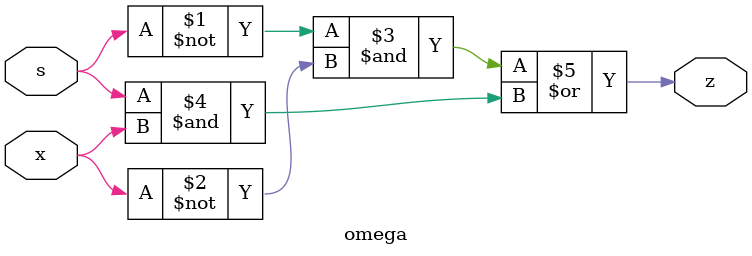
<source format=v>
module omega(output z, input x, input s);

  
   assign
     z = ( (~s)&(~x) ) | ( s & x) ;
   
   
endmodule

</source>
